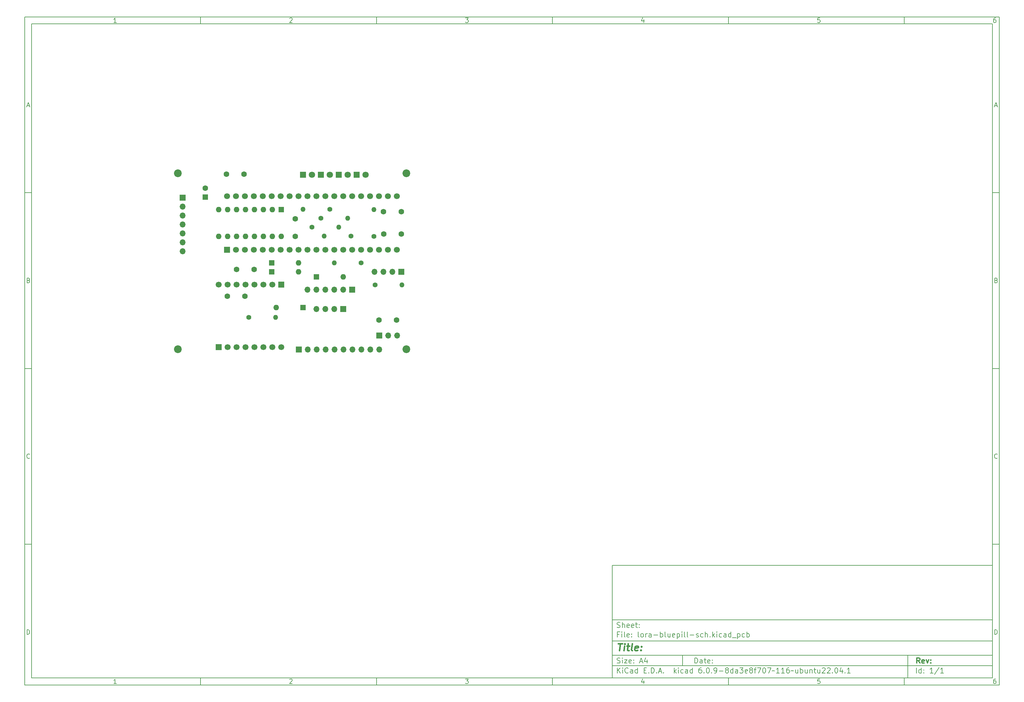
<source format=gbr>
%TF.GenerationSoftware,KiCad,Pcbnew,6.0.9-8da3e8f707~116~ubuntu22.04.1*%
%TF.CreationDate,2022-12-01T16:18:42-03:00*%
%TF.ProjectId,lora-bluepill-sch,6c6f7261-2d62-46c7-9565-70696c6c2d73,rev?*%
%TF.SameCoordinates,Original*%
%TF.FileFunction,Soldermask,Bot*%
%TF.FilePolarity,Negative*%
%FSLAX46Y46*%
G04 Gerber Fmt 4.6, Leading zero omitted, Abs format (unit mm)*
G04 Created by KiCad (PCBNEW 6.0.9-8da3e8f707~116~ubuntu22.04.1) date 2022-12-01 16:18:42*
%MOMM*%
%LPD*%
G01*
G04 APERTURE LIST*
%ADD10C,0.100000*%
%ADD11C,0.150000*%
%ADD12C,0.300000*%
%ADD13C,0.400000*%
%ADD14R,1.600000X1.600000*%
%ADD15C,1.600000*%
%ADD16R,1.700000X1.700000*%
%ADD17O,1.700000X1.700000*%
%ADD18C,1.400000*%
%ADD19O,1.400000X1.400000*%
%ADD20O,1.600000X1.600000*%
%ADD21C,1.700000*%
%ADD22C,2.200000*%
%ADD23R,1.800000X1.800000*%
%ADD24C,1.800000*%
G04 APERTURE END LIST*
D10*
D11*
X177002200Y-166007200D02*
X177002200Y-198007200D01*
X285002200Y-198007200D01*
X285002200Y-166007200D01*
X177002200Y-166007200D01*
D10*
D11*
X10000000Y-10000000D02*
X10000000Y-200007200D01*
X287002200Y-200007200D01*
X287002200Y-10000000D01*
X10000000Y-10000000D01*
D10*
D11*
X12000000Y-12000000D02*
X12000000Y-198007200D01*
X285002200Y-198007200D01*
X285002200Y-12000000D01*
X12000000Y-12000000D01*
D10*
D11*
X60000000Y-12000000D02*
X60000000Y-10000000D01*
D10*
D11*
X110000000Y-12000000D02*
X110000000Y-10000000D01*
D10*
D11*
X160000000Y-12000000D02*
X160000000Y-10000000D01*
D10*
D11*
X210000000Y-12000000D02*
X210000000Y-10000000D01*
D10*
D11*
X260000000Y-12000000D02*
X260000000Y-10000000D01*
D10*
D11*
X36065476Y-11588095D02*
X35322619Y-11588095D01*
X35694047Y-11588095D02*
X35694047Y-10288095D01*
X35570238Y-10473809D01*
X35446428Y-10597619D01*
X35322619Y-10659523D01*
D10*
D11*
X85322619Y-10411904D02*
X85384523Y-10350000D01*
X85508333Y-10288095D01*
X85817857Y-10288095D01*
X85941666Y-10350000D01*
X86003571Y-10411904D01*
X86065476Y-10535714D01*
X86065476Y-10659523D01*
X86003571Y-10845238D01*
X85260714Y-11588095D01*
X86065476Y-11588095D01*
D10*
D11*
X135260714Y-10288095D02*
X136065476Y-10288095D01*
X135632142Y-10783333D01*
X135817857Y-10783333D01*
X135941666Y-10845238D01*
X136003571Y-10907142D01*
X136065476Y-11030952D01*
X136065476Y-11340476D01*
X136003571Y-11464285D01*
X135941666Y-11526190D01*
X135817857Y-11588095D01*
X135446428Y-11588095D01*
X135322619Y-11526190D01*
X135260714Y-11464285D01*
D10*
D11*
X185941666Y-10721428D02*
X185941666Y-11588095D01*
X185632142Y-10226190D02*
X185322619Y-11154761D01*
X186127380Y-11154761D01*
D10*
D11*
X236003571Y-10288095D02*
X235384523Y-10288095D01*
X235322619Y-10907142D01*
X235384523Y-10845238D01*
X235508333Y-10783333D01*
X235817857Y-10783333D01*
X235941666Y-10845238D01*
X236003571Y-10907142D01*
X236065476Y-11030952D01*
X236065476Y-11340476D01*
X236003571Y-11464285D01*
X235941666Y-11526190D01*
X235817857Y-11588095D01*
X235508333Y-11588095D01*
X235384523Y-11526190D01*
X235322619Y-11464285D01*
D10*
D11*
X285941666Y-10288095D02*
X285694047Y-10288095D01*
X285570238Y-10350000D01*
X285508333Y-10411904D01*
X285384523Y-10597619D01*
X285322619Y-10845238D01*
X285322619Y-11340476D01*
X285384523Y-11464285D01*
X285446428Y-11526190D01*
X285570238Y-11588095D01*
X285817857Y-11588095D01*
X285941666Y-11526190D01*
X286003571Y-11464285D01*
X286065476Y-11340476D01*
X286065476Y-11030952D01*
X286003571Y-10907142D01*
X285941666Y-10845238D01*
X285817857Y-10783333D01*
X285570238Y-10783333D01*
X285446428Y-10845238D01*
X285384523Y-10907142D01*
X285322619Y-11030952D01*
D10*
D11*
X60000000Y-198007200D02*
X60000000Y-200007200D01*
D10*
D11*
X110000000Y-198007200D02*
X110000000Y-200007200D01*
D10*
D11*
X160000000Y-198007200D02*
X160000000Y-200007200D01*
D10*
D11*
X210000000Y-198007200D02*
X210000000Y-200007200D01*
D10*
D11*
X260000000Y-198007200D02*
X260000000Y-200007200D01*
D10*
D11*
X36065476Y-199595295D02*
X35322619Y-199595295D01*
X35694047Y-199595295D02*
X35694047Y-198295295D01*
X35570238Y-198481009D01*
X35446428Y-198604819D01*
X35322619Y-198666723D01*
D10*
D11*
X85322619Y-198419104D02*
X85384523Y-198357200D01*
X85508333Y-198295295D01*
X85817857Y-198295295D01*
X85941666Y-198357200D01*
X86003571Y-198419104D01*
X86065476Y-198542914D01*
X86065476Y-198666723D01*
X86003571Y-198852438D01*
X85260714Y-199595295D01*
X86065476Y-199595295D01*
D10*
D11*
X135260714Y-198295295D02*
X136065476Y-198295295D01*
X135632142Y-198790533D01*
X135817857Y-198790533D01*
X135941666Y-198852438D01*
X136003571Y-198914342D01*
X136065476Y-199038152D01*
X136065476Y-199347676D01*
X136003571Y-199471485D01*
X135941666Y-199533390D01*
X135817857Y-199595295D01*
X135446428Y-199595295D01*
X135322619Y-199533390D01*
X135260714Y-199471485D01*
D10*
D11*
X185941666Y-198728628D02*
X185941666Y-199595295D01*
X185632142Y-198233390D02*
X185322619Y-199161961D01*
X186127380Y-199161961D01*
D10*
D11*
X236003571Y-198295295D02*
X235384523Y-198295295D01*
X235322619Y-198914342D01*
X235384523Y-198852438D01*
X235508333Y-198790533D01*
X235817857Y-198790533D01*
X235941666Y-198852438D01*
X236003571Y-198914342D01*
X236065476Y-199038152D01*
X236065476Y-199347676D01*
X236003571Y-199471485D01*
X235941666Y-199533390D01*
X235817857Y-199595295D01*
X235508333Y-199595295D01*
X235384523Y-199533390D01*
X235322619Y-199471485D01*
D10*
D11*
X285941666Y-198295295D02*
X285694047Y-198295295D01*
X285570238Y-198357200D01*
X285508333Y-198419104D01*
X285384523Y-198604819D01*
X285322619Y-198852438D01*
X285322619Y-199347676D01*
X285384523Y-199471485D01*
X285446428Y-199533390D01*
X285570238Y-199595295D01*
X285817857Y-199595295D01*
X285941666Y-199533390D01*
X286003571Y-199471485D01*
X286065476Y-199347676D01*
X286065476Y-199038152D01*
X286003571Y-198914342D01*
X285941666Y-198852438D01*
X285817857Y-198790533D01*
X285570238Y-198790533D01*
X285446428Y-198852438D01*
X285384523Y-198914342D01*
X285322619Y-199038152D01*
D10*
D11*
X10000000Y-60000000D02*
X12000000Y-60000000D01*
D10*
D11*
X10000000Y-110000000D02*
X12000000Y-110000000D01*
D10*
D11*
X10000000Y-160000000D02*
X12000000Y-160000000D01*
D10*
D11*
X10690476Y-35216666D02*
X11309523Y-35216666D01*
X10566666Y-35588095D02*
X11000000Y-34288095D01*
X11433333Y-35588095D01*
D10*
D11*
X11092857Y-84907142D02*
X11278571Y-84969047D01*
X11340476Y-85030952D01*
X11402380Y-85154761D01*
X11402380Y-85340476D01*
X11340476Y-85464285D01*
X11278571Y-85526190D01*
X11154761Y-85588095D01*
X10659523Y-85588095D01*
X10659523Y-84288095D01*
X11092857Y-84288095D01*
X11216666Y-84350000D01*
X11278571Y-84411904D01*
X11340476Y-84535714D01*
X11340476Y-84659523D01*
X11278571Y-84783333D01*
X11216666Y-84845238D01*
X11092857Y-84907142D01*
X10659523Y-84907142D01*
D10*
D11*
X11402380Y-135464285D02*
X11340476Y-135526190D01*
X11154761Y-135588095D01*
X11030952Y-135588095D01*
X10845238Y-135526190D01*
X10721428Y-135402380D01*
X10659523Y-135278571D01*
X10597619Y-135030952D01*
X10597619Y-134845238D01*
X10659523Y-134597619D01*
X10721428Y-134473809D01*
X10845238Y-134350000D01*
X11030952Y-134288095D01*
X11154761Y-134288095D01*
X11340476Y-134350000D01*
X11402380Y-134411904D01*
D10*
D11*
X10659523Y-185588095D02*
X10659523Y-184288095D01*
X10969047Y-184288095D01*
X11154761Y-184350000D01*
X11278571Y-184473809D01*
X11340476Y-184597619D01*
X11402380Y-184845238D01*
X11402380Y-185030952D01*
X11340476Y-185278571D01*
X11278571Y-185402380D01*
X11154761Y-185526190D01*
X10969047Y-185588095D01*
X10659523Y-185588095D01*
D10*
D11*
X287002200Y-60000000D02*
X285002200Y-60000000D01*
D10*
D11*
X287002200Y-110000000D02*
X285002200Y-110000000D01*
D10*
D11*
X287002200Y-160000000D02*
X285002200Y-160000000D01*
D10*
D11*
X285692676Y-35216666D02*
X286311723Y-35216666D01*
X285568866Y-35588095D02*
X286002200Y-34288095D01*
X286435533Y-35588095D01*
D10*
D11*
X286095057Y-84907142D02*
X286280771Y-84969047D01*
X286342676Y-85030952D01*
X286404580Y-85154761D01*
X286404580Y-85340476D01*
X286342676Y-85464285D01*
X286280771Y-85526190D01*
X286156961Y-85588095D01*
X285661723Y-85588095D01*
X285661723Y-84288095D01*
X286095057Y-84288095D01*
X286218866Y-84350000D01*
X286280771Y-84411904D01*
X286342676Y-84535714D01*
X286342676Y-84659523D01*
X286280771Y-84783333D01*
X286218866Y-84845238D01*
X286095057Y-84907142D01*
X285661723Y-84907142D01*
D10*
D11*
X286404580Y-135464285D02*
X286342676Y-135526190D01*
X286156961Y-135588095D01*
X286033152Y-135588095D01*
X285847438Y-135526190D01*
X285723628Y-135402380D01*
X285661723Y-135278571D01*
X285599819Y-135030952D01*
X285599819Y-134845238D01*
X285661723Y-134597619D01*
X285723628Y-134473809D01*
X285847438Y-134350000D01*
X286033152Y-134288095D01*
X286156961Y-134288095D01*
X286342676Y-134350000D01*
X286404580Y-134411904D01*
D10*
D11*
X285661723Y-185588095D02*
X285661723Y-184288095D01*
X285971247Y-184288095D01*
X286156961Y-184350000D01*
X286280771Y-184473809D01*
X286342676Y-184597619D01*
X286404580Y-184845238D01*
X286404580Y-185030952D01*
X286342676Y-185278571D01*
X286280771Y-185402380D01*
X286156961Y-185526190D01*
X285971247Y-185588095D01*
X285661723Y-185588095D01*
D10*
D11*
X200434342Y-193785771D02*
X200434342Y-192285771D01*
X200791485Y-192285771D01*
X201005771Y-192357200D01*
X201148628Y-192500057D01*
X201220057Y-192642914D01*
X201291485Y-192928628D01*
X201291485Y-193142914D01*
X201220057Y-193428628D01*
X201148628Y-193571485D01*
X201005771Y-193714342D01*
X200791485Y-193785771D01*
X200434342Y-193785771D01*
X202577200Y-193785771D02*
X202577200Y-193000057D01*
X202505771Y-192857200D01*
X202362914Y-192785771D01*
X202077200Y-192785771D01*
X201934342Y-192857200D01*
X202577200Y-193714342D02*
X202434342Y-193785771D01*
X202077200Y-193785771D01*
X201934342Y-193714342D01*
X201862914Y-193571485D01*
X201862914Y-193428628D01*
X201934342Y-193285771D01*
X202077200Y-193214342D01*
X202434342Y-193214342D01*
X202577200Y-193142914D01*
X203077200Y-192785771D02*
X203648628Y-192785771D01*
X203291485Y-192285771D02*
X203291485Y-193571485D01*
X203362914Y-193714342D01*
X203505771Y-193785771D01*
X203648628Y-193785771D01*
X204720057Y-193714342D02*
X204577200Y-193785771D01*
X204291485Y-193785771D01*
X204148628Y-193714342D01*
X204077200Y-193571485D01*
X204077200Y-193000057D01*
X204148628Y-192857200D01*
X204291485Y-192785771D01*
X204577200Y-192785771D01*
X204720057Y-192857200D01*
X204791485Y-193000057D01*
X204791485Y-193142914D01*
X204077200Y-193285771D01*
X205434342Y-193642914D02*
X205505771Y-193714342D01*
X205434342Y-193785771D01*
X205362914Y-193714342D01*
X205434342Y-193642914D01*
X205434342Y-193785771D01*
X205434342Y-192857200D02*
X205505771Y-192928628D01*
X205434342Y-193000057D01*
X205362914Y-192928628D01*
X205434342Y-192857200D01*
X205434342Y-193000057D01*
D10*
D11*
X177002200Y-194507200D02*
X285002200Y-194507200D01*
D10*
D11*
X178434342Y-196585771D02*
X178434342Y-195085771D01*
X179291485Y-196585771D02*
X178648628Y-195728628D01*
X179291485Y-195085771D02*
X178434342Y-195942914D01*
X179934342Y-196585771D02*
X179934342Y-195585771D01*
X179934342Y-195085771D02*
X179862914Y-195157200D01*
X179934342Y-195228628D01*
X180005771Y-195157200D01*
X179934342Y-195085771D01*
X179934342Y-195228628D01*
X181505771Y-196442914D02*
X181434342Y-196514342D01*
X181220057Y-196585771D01*
X181077200Y-196585771D01*
X180862914Y-196514342D01*
X180720057Y-196371485D01*
X180648628Y-196228628D01*
X180577200Y-195942914D01*
X180577200Y-195728628D01*
X180648628Y-195442914D01*
X180720057Y-195300057D01*
X180862914Y-195157200D01*
X181077200Y-195085771D01*
X181220057Y-195085771D01*
X181434342Y-195157200D01*
X181505771Y-195228628D01*
X182791485Y-196585771D02*
X182791485Y-195800057D01*
X182720057Y-195657200D01*
X182577200Y-195585771D01*
X182291485Y-195585771D01*
X182148628Y-195657200D01*
X182791485Y-196514342D02*
X182648628Y-196585771D01*
X182291485Y-196585771D01*
X182148628Y-196514342D01*
X182077200Y-196371485D01*
X182077200Y-196228628D01*
X182148628Y-196085771D01*
X182291485Y-196014342D01*
X182648628Y-196014342D01*
X182791485Y-195942914D01*
X184148628Y-196585771D02*
X184148628Y-195085771D01*
X184148628Y-196514342D02*
X184005771Y-196585771D01*
X183720057Y-196585771D01*
X183577200Y-196514342D01*
X183505771Y-196442914D01*
X183434342Y-196300057D01*
X183434342Y-195871485D01*
X183505771Y-195728628D01*
X183577200Y-195657200D01*
X183720057Y-195585771D01*
X184005771Y-195585771D01*
X184148628Y-195657200D01*
X186005771Y-195800057D02*
X186505771Y-195800057D01*
X186720057Y-196585771D02*
X186005771Y-196585771D01*
X186005771Y-195085771D01*
X186720057Y-195085771D01*
X187362914Y-196442914D02*
X187434342Y-196514342D01*
X187362914Y-196585771D01*
X187291485Y-196514342D01*
X187362914Y-196442914D01*
X187362914Y-196585771D01*
X188077200Y-196585771D02*
X188077200Y-195085771D01*
X188434342Y-195085771D01*
X188648628Y-195157200D01*
X188791485Y-195300057D01*
X188862914Y-195442914D01*
X188934342Y-195728628D01*
X188934342Y-195942914D01*
X188862914Y-196228628D01*
X188791485Y-196371485D01*
X188648628Y-196514342D01*
X188434342Y-196585771D01*
X188077200Y-196585771D01*
X189577200Y-196442914D02*
X189648628Y-196514342D01*
X189577200Y-196585771D01*
X189505771Y-196514342D01*
X189577200Y-196442914D01*
X189577200Y-196585771D01*
X190220057Y-196157200D02*
X190934342Y-196157200D01*
X190077200Y-196585771D02*
X190577200Y-195085771D01*
X191077200Y-196585771D01*
X191577200Y-196442914D02*
X191648628Y-196514342D01*
X191577200Y-196585771D01*
X191505771Y-196514342D01*
X191577200Y-196442914D01*
X191577200Y-196585771D01*
X194577200Y-196585771D02*
X194577200Y-195085771D01*
X194720057Y-196014342D02*
X195148628Y-196585771D01*
X195148628Y-195585771D02*
X194577200Y-196157200D01*
X195791485Y-196585771D02*
X195791485Y-195585771D01*
X195791485Y-195085771D02*
X195720057Y-195157200D01*
X195791485Y-195228628D01*
X195862914Y-195157200D01*
X195791485Y-195085771D01*
X195791485Y-195228628D01*
X197148628Y-196514342D02*
X197005771Y-196585771D01*
X196720057Y-196585771D01*
X196577200Y-196514342D01*
X196505771Y-196442914D01*
X196434342Y-196300057D01*
X196434342Y-195871485D01*
X196505771Y-195728628D01*
X196577200Y-195657200D01*
X196720057Y-195585771D01*
X197005771Y-195585771D01*
X197148628Y-195657200D01*
X198434342Y-196585771D02*
X198434342Y-195800057D01*
X198362914Y-195657200D01*
X198220057Y-195585771D01*
X197934342Y-195585771D01*
X197791485Y-195657200D01*
X198434342Y-196514342D02*
X198291485Y-196585771D01*
X197934342Y-196585771D01*
X197791485Y-196514342D01*
X197720057Y-196371485D01*
X197720057Y-196228628D01*
X197791485Y-196085771D01*
X197934342Y-196014342D01*
X198291485Y-196014342D01*
X198434342Y-195942914D01*
X199791485Y-196585771D02*
X199791485Y-195085771D01*
X199791485Y-196514342D02*
X199648628Y-196585771D01*
X199362914Y-196585771D01*
X199220057Y-196514342D01*
X199148628Y-196442914D01*
X199077200Y-196300057D01*
X199077200Y-195871485D01*
X199148628Y-195728628D01*
X199220057Y-195657200D01*
X199362914Y-195585771D01*
X199648628Y-195585771D01*
X199791485Y-195657200D01*
X202291485Y-195085771D02*
X202005771Y-195085771D01*
X201862914Y-195157200D01*
X201791485Y-195228628D01*
X201648628Y-195442914D01*
X201577200Y-195728628D01*
X201577200Y-196300057D01*
X201648628Y-196442914D01*
X201720057Y-196514342D01*
X201862914Y-196585771D01*
X202148628Y-196585771D01*
X202291485Y-196514342D01*
X202362914Y-196442914D01*
X202434342Y-196300057D01*
X202434342Y-195942914D01*
X202362914Y-195800057D01*
X202291485Y-195728628D01*
X202148628Y-195657200D01*
X201862914Y-195657200D01*
X201720057Y-195728628D01*
X201648628Y-195800057D01*
X201577200Y-195942914D01*
X203077200Y-196442914D02*
X203148628Y-196514342D01*
X203077200Y-196585771D01*
X203005771Y-196514342D01*
X203077200Y-196442914D01*
X203077200Y-196585771D01*
X204077200Y-195085771D02*
X204220057Y-195085771D01*
X204362914Y-195157200D01*
X204434342Y-195228628D01*
X204505771Y-195371485D01*
X204577200Y-195657200D01*
X204577200Y-196014342D01*
X204505771Y-196300057D01*
X204434342Y-196442914D01*
X204362914Y-196514342D01*
X204220057Y-196585771D01*
X204077200Y-196585771D01*
X203934342Y-196514342D01*
X203862914Y-196442914D01*
X203791485Y-196300057D01*
X203720057Y-196014342D01*
X203720057Y-195657200D01*
X203791485Y-195371485D01*
X203862914Y-195228628D01*
X203934342Y-195157200D01*
X204077200Y-195085771D01*
X205220057Y-196442914D02*
X205291485Y-196514342D01*
X205220057Y-196585771D01*
X205148628Y-196514342D01*
X205220057Y-196442914D01*
X205220057Y-196585771D01*
X206005771Y-196585771D02*
X206291485Y-196585771D01*
X206434342Y-196514342D01*
X206505771Y-196442914D01*
X206648628Y-196228628D01*
X206720057Y-195942914D01*
X206720057Y-195371485D01*
X206648628Y-195228628D01*
X206577200Y-195157200D01*
X206434342Y-195085771D01*
X206148628Y-195085771D01*
X206005771Y-195157200D01*
X205934342Y-195228628D01*
X205862914Y-195371485D01*
X205862914Y-195728628D01*
X205934342Y-195871485D01*
X206005771Y-195942914D01*
X206148628Y-196014342D01*
X206434342Y-196014342D01*
X206577200Y-195942914D01*
X206648628Y-195871485D01*
X206720057Y-195728628D01*
X207362914Y-196014342D02*
X208505771Y-196014342D01*
X209434342Y-195728628D02*
X209291485Y-195657200D01*
X209220057Y-195585771D01*
X209148628Y-195442914D01*
X209148628Y-195371485D01*
X209220057Y-195228628D01*
X209291485Y-195157200D01*
X209434342Y-195085771D01*
X209720057Y-195085771D01*
X209862914Y-195157200D01*
X209934342Y-195228628D01*
X210005771Y-195371485D01*
X210005771Y-195442914D01*
X209934342Y-195585771D01*
X209862914Y-195657200D01*
X209720057Y-195728628D01*
X209434342Y-195728628D01*
X209291485Y-195800057D01*
X209220057Y-195871485D01*
X209148628Y-196014342D01*
X209148628Y-196300057D01*
X209220057Y-196442914D01*
X209291485Y-196514342D01*
X209434342Y-196585771D01*
X209720057Y-196585771D01*
X209862914Y-196514342D01*
X209934342Y-196442914D01*
X210005771Y-196300057D01*
X210005771Y-196014342D01*
X209934342Y-195871485D01*
X209862914Y-195800057D01*
X209720057Y-195728628D01*
X211291485Y-196585771D02*
X211291485Y-195085771D01*
X211291485Y-196514342D02*
X211148628Y-196585771D01*
X210862914Y-196585771D01*
X210720057Y-196514342D01*
X210648628Y-196442914D01*
X210577200Y-196300057D01*
X210577200Y-195871485D01*
X210648628Y-195728628D01*
X210720057Y-195657200D01*
X210862914Y-195585771D01*
X211148628Y-195585771D01*
X211291485Y-195657200D01*
X212648628Y-196585771D02*
X212648628Y-195800057D01*
X212577200Y-195657200D01*
X212434342Y-195585771D01*
X212148628Y-195585771D01*
X212005771Y-195657200D01*
X212648628Y-196514342D02*
X212505771Y-196585771D01*
X212148628Y-196585771D01*
X212005771Y-196514342D01*
X211934342Y-196371485D01*
X211934342Y-196228628D01*
X212005771Y-196085771D01*
X212148628Y-196014342D01*
X212505771Y-196014342D01*
X212648628Y-195942914D01*
X213220057Y-195085771D02*
X214148628Y-195085771D01*
X213648628Y-195657200D01*
X213862914Y-195657200D01*
X214005771Y-195728628D01*
X214077200Y-195800057D01*
X214148628Y-195942914D01*
X214148628Y-196300057D01*
X214077200Y-196442914D01*
X214005771Y-196514342D01*
X213862914Y-196585771D01*
X213434342Y-196585771D01*
X213291485Y-196514342D01*
X213220057Y-196442914D01*
X215362914Y-196514342D02*
X215220057Y-196585771D01*
X214934342Y-196585771D01*
X214791485Y-196514342D01*
X214720057Y-196371485D01*
X214720057Y-195800057D01*
X214791485Y-195657200D01*
X214934342Y-195585771D01*
X215220057Y-195585771D01*
X215362914Y-195657200D01*
X215434342Y-195800057D01*
X215434342Y-195942914D01*
X214720057Y-196085771D01*
X216291485Y-195728628D02*
X216148628Y-195657200D01*
X216077200Y-195585771D01*
X216005771Y-195442914D01*
X216005771Y-195371485D01*
X216077200Y-195228628D01*
X216148628Y-195157200D01*
X216291485Y-195085771D01*
X216577200Y-195085771D01*
X216720057Y-195157200D01*
X216791485Y-195228628D01*
X216862914Y-195371485D01*
X216862914Y-195442914D01*
X216791485Y-195585771D01*
X216720057Y-195657200D01*
X216577200Y-195728628D01*
X216291485Y-195728628D01*
X216148628Y-195800057D01*
X216077200Y-195871485D01*
X216005771Y-196014342D01*
X216005771Y-196300057D01*
X216077200Y-196442914D01*
X216148628Y-196514342D01*
X216291485Y-196585771D01*
X216577200Y-196585771D01*
X216720057Y-196514342D01*
X216791485Y-196442914D01*
X216862914Y-196300057D01*
X216862914Y-196014342D01*
X216791485Y-195871485D01*
X216720057Y-195800057D01*
X216577200Y-195728628D01*
X217291485Y-195585771D02*
X217862914Y-195585771D01*
X217505771Y-196585771D02*
X217505771Y-195300057D01*
X217577200Y-195157200D01*
X217720057Y-195085771D01*
X217862914Y-195085771D01*
X218220057Y-195085771D02*
X219220057Y-195085771D01*
X218577200Y-196585771D01*
X220077200Y-195085771D02*
X220220057Y-195085771D01*
X220362914Y-195157200D01*
X220434342Y-195228628D01*
X220505771Y-195371485D01*
X220577200Y-195657200D01*
X220577200Y-196014342D01*
X220505771Y-196300057D01*
X220434342Y-196442914D01*
X220362914Y-196514342D01*
X220220057Y-196585771D01*
X220077200Y-196585771D01*
X219934342Y-196514342D01*
X219862914Y-196442914D01*
X219791485Y-196300057D01*
X219720057Y-196014342D01*
X219720057Y-195657200D01*
X219791485Y-195371485D01*
X219862914Y-195228628D01*
X219934342Y-195157200D01*
X220077200Y-195085771D01*
X221077200Y-195085771D02*
X222077200Y-195085771D01*
X221434342Y-196585771D01*
X222434342Y-196014342D02*
X222505771Y-195942914D01*
X222648628Y-195871485D01*
X222934342Y-196014342D01*
X223077199Y-195942914D01*
X223148628Y-195871485D01*
X224505771Y-196585771D02*
X223648628Y-196585771D01*
X224077200Y-196585771D02*
X224077200Y-195085771D01*
X223934342Y-195300057D01*
X223791485Y-195442914D01*
X223648628Y-195514342D01*
X225934342Y-196585771D02*
X225077199Y-196585771D01*
X225505771Y-196585771D02*
X225505771Y-195085771D01*
X225362914Y-195300057D01*
X225220057Y-195442914D01*
X225077199Y-195514342D01*
X227220057Y-195085771D02*
X226934342Y-195085771D01*
X226791485Y-195157200D01*
X226720057Y-195228628D01*
X226577199Y-195442914D01*
X226505771Y-195728628D01*
X226505771Y-196300057D01*
X226577199Y-196442914D01*
X226648628Y-196514342D01*
X226791485Y-196585771D01*
X227077199Y-196585771D01*
X227220057Y-196514342D01*
X227291485Y-196442914D01*
X227362914Y-196300057D01*
X227362914Y-195942914D01*
X227291485Y-195800057D01*
X227220057Y-195728628D01*
X227077199Y-195657200D01*
X226791485Y-195657200D01*
X226648628Y-195728628D01*
X226577199Y-195800057D01*
X226505771Y-195942914D01*
X227791485Y-196014342D02*
X227862914Y-195942914D01*
X228005771Y-195871485D01*
X228291485Y-196014342D01*
X228434342Y-195942914D01*
X228505771Y-195871485D01*
X229720057Y-195585771D02*
X229720057Y-196585771D01*
X229077199Y-195585771D02*
X229077199Y-196371485D01*
X229148628Y-196514342D01*
X229291485Y-196585771D01*
X229505771Y-196585771D01*
X229648628Y-196514342D01*
X229720057Y-196442914D01*
X230434342Y-196585771D02*
X230434342Y-195085771D01*
X230434342Y-195657200D02*
X230577199Y-195585771D01*
X230862914Y-195585771D01*
X231005771Y-195657200D01*
X231077199Y-195728628D01*
X231148628Y-195871485D01*
X231148628Y-196300057D01*
X231077199Y-196442914D01*
X231005771Y-196514342D01*
X230862914Y-196585771D01*
X230577199Y-196585771D01*
X230434342Y-196514342D01*
X232434342Y-195585771D02*
X232434342Y-196585771D01*
X231791485Y-195585771D02*
X231791485Y-196371485D01*
X231862914Y-196514342D01*
X232005771Y-196585771D01*
X232220057Y-196585771D01*
X232362914Y-196514342D01*
X232434342Y-196442914D01*
X233148628Y-195585771D02*
X233148628Y-196585771D01*
X233148628Y-195728628D02*
X233220057Y-195657200D01*
X233362914Y-195585771D01*
X233577199Y-195585771D01*
X233720057Y-195657200D01*
X233791485Y-195800057D01*
X233791485Y-196585771D01*
X234291485Y-195585771D02*
X234862914Y-195585771D01*
X234505771Y-195085771D02*
X234505771Y-196371485D01*
X234577199Y-196514342D01*
X234720057Y-196585771D01*
X234862914Y-196585771D01*
X236005771Y-195585771D02*
X236005771Y-196585771D01*
X235362914Y-195585771D02*
X235362914Y-196371485D01*
X235434342Y-196514342D01*
X235577200Y-196585771D01*
X235791485Y-196585771D01*
X235934342Y-196514342D01*
X236005771Y-196442914D01*
X236648628Y-195228628D02*
X236720057Y-195157200D01*
X236862914Y-195085771D01*
X237220057Y-195085771D01*
X237362914Y-195157200D01*
X237434342Y-195228628D01*
X237505771Y-195371485D01*
X237505771Y-195514342D01*
X237434342Y-195728628D01*
X236577200Y-196585771D01*
X237505771Y-196585771D01*
X238077199Y-195228628D02*
X238148628Y-195157200D01*
X238291485Y-195085771D01*
X238648628Y-195085771D01*
X238791485Y-195157200D01*
X238862914Y-195228628D01*
X238934342Y-195371485D01*
X238934342Y-195514342D01*
X238862914Y-195728628D01*
X238005771Y-196585771D01*
X238934342Y-196585771D01*
X239577199Y-196442914D02*
X239648628Y-196514342D01*
X239577199Y-196585771D01*
X239505771Y-196514342D01*
X239577199Y-196442914D01*
X239577199Y-196585771D01*
X240577199Y-195085771D02*
X240720057Y-195085771D01*
X240862914Y-195157200D01*
X240934342Y-195228628D01*
X241005771Y-195371485D01*
X241077199Y-195657200D01*
X241077199Y-196014342D01*
X241005771Y-196300057D01*
X240934342Y-196442914D01*
X240862914Y-196514342D01*
X240720057Y-196585771D01*
X240577199Y-196585771D01*
X240434342Y-196514342D01*
X240362914Y-196442914D01*
X240291485Y-196300057D01*
X240220057Y-196014342D01*
X240220057Y-195657200D01*
X240291485Y-195371485D01*
X240362914Y-195228628D01*
X240434342Y-195157200D01*
X240577199Y-195085771D01*
X242362914Y-195585771D02*
X242362914Y-196585771D01*
X242005771Y-195014342D02*
X241648628Y-196085771D01*
X242577199Y-196085771D01*
X243148628Y-196442914D02*
X243220057Y-196514342D01*
X243148628Y-196585771D01*
X243077199Y-196514342D01*
X243148628Y-196442914D01*
X243148628Y-196585771D01*
X244648628Y-196585771D02*
X243791485Y-196585771D01*
X244220057Y-196585771D02*
X244220057Y-195085771D01*
X244077199Y-195300057D01*
X243934342Y-195442914D01*
X243791485Y-195514342D01*
D10*
D11*
X177002200Y-191507200D02*
X285002200Y-191507200D01*
D10*
D12*
X264411485Y-193785771D02*
X263911485Y-193071485D01*
X263554342Y-193785771D02*
X263554342Y-192285771D01*
X264125771Y-192285771D01*
X264268628Y-192357200D01*
X264340057Y-192428628D01*
X264411485Y-192571485D01*
X264411485Y-192785771D01*
X264340057Y-192928628D01*
X264268628Y-193000057D01*
X264125771Y-193071485D01*
X263554342Y-193071485D01*
X265625771Y-193714342D02*
X265482914Y-193785771D01*
X265197200Y-193785771D01*
X265054342Y-193714342D01*
X264982914Y-193571485D01*
X264982914Y-193000057D01*
X265054342Y-192857200D01*
X265197200Y-192785771D01*
X265482914Y-192785771D01*
X265625771Y-192857200D01*
X265697200Y-193000057D01*
X265697200Y-193142914D01*
X264982914Y-193285771D01*
X266197200Y-192785771D02*
X266554342Y-193785771D01*
X266911485Y-192785771D01*
X267482914Y-193642914D02*
X267554342Y-193714342D01*
X267482914Y-193785771D01*
X267411485Y-193714342D01*
X267482914Y-193642914D01*
X267482914Y-193785771D01*
X267482914Y-192857200D02*
X267554342Y-192928628D01*
X267482914Y-193000057D01*
X267411485Y-192928628D01*
X267482914Y-192857200D01*
X267482914Y-193000057D01*
D10*
D11*
X178362914Y-193714342D02*
X178577200Y-193785771D01*
X178934342Y-193785771D01*
X179077200Y-193714342D01*
X179148628Y-193642914D01*
X179220057Y-193500057D01*
X179220057Y-193357200D01*
X179148628Y-193214342D01*
X179077200Y-193142914D01*
X178934342Y-193071485D01*
X178648628Y-193000057D01*
X178505771Y-192928628D01*
X178434342Y-192857200D01*
X178362914Y-192714342D01*
X178362914Y-192571485D01*
X178434342Y-192428628D01*
X178505771Y-192357200D01*
X178648628Y-192285771D01*
X179005771Y-192285771D01*
X179220057Y-192357200D01*
X179862914Y-193785771D02*
X179862914Y-192785771D01*
X179862914Y-192285771D02*
X179791485Y-192357200D01*
X179862914Y-192428628D01*
X179934342Y-192357200D01*
X179862914Y-192285771D01*
X179862914Y-192428628D01*
X180434342Y-192785771D02*
X181220057Y-192785771D01*
X180434342Y-193785771D01*
X181220057Y-193785771D01*
X182362914Y-193714342D02*
X182220057Y-193785771D01*
X181934342Y-193785771D01*
X181791485Y-193714342D01*
X181720057Y-193571485D01*
X181720057Y-193000057D01*
X181791485Y-192857200D01*
X181934342Y-192785771D01*
X182220057Y-192785771D01*
X182362914Y-192857200D01*
X182434342Y-193000057D01*
X182434342Y-193142914D01*
X181720057Y-193285771D01*
X183077200Y-193642914D02*
X183148628Y-193714342D01*
X183077200Y-193785771D01*
X183005771Y-193714342D01*
X183077200Y-193642914D01*
X183077200Y-193785771D01*
X183077200Y-192857200D02*
X183148628Y-192928628D01*
X183077200Y-193000057D01*
X183005771Y-192928628D01*
X183077200Y-192857200D01*
X183077200Y-193000057D01*
X184862914Y-193357200D02*
X185577200Y-193357200D01*
X184720057Y-193785771D02*
X185220057Y-192285771D01*
X185720057Y-193785771D01*
X186862914Y-192785771D02*
X186862914Y-193785771D01*
X186505771Y-192214342D02*
X186148628Y-193285771D01*
X187077200Y-193285771D01*
D10*
D11*
X263434342Y-196585771D02*
X263434342Y-195085771D01*
X264791485Y-196585771D02*
X264791485Y-195085771D01*
X264791485Y-196514342D02*
X264648628Y-196585771D01*
X264362914Y-196585771D01*
X264220057Y-196514342D01*
X264148628Y-196442914D01*
X264077200Y-196300057D01*
X264077200Y-195871485D01*
X264148628Y-195728628D01*
X264220057Y-195657200D01*
X264362914Y-195585771D01*
X264648628Y-195585771D01*
X264791485Y-195657200D01*
X265505771Y-196442914D02*
X265577200Y-196514342D01*
X265505771Y-196585771D01*
X265434342Y-196514342D01*
X265505771Y-196442914D01*
X265505771Y-196585771D01*
X265505771Y-195657200D02*
X265577200Y-195728628D01*
X265505771Y-195800057D01*
X265434342Y-195728628D01*
X265505771Y-195657200D01*
X265505771Y-195800057D01*
X268148628Y-196585771D02*
X267291485Y-196585771D01*
X267720057Y-196585771D02*
X267720057Y-195085771D01*
X267577200Y-195300057D01*
X267434342Y-195442914D01*
X267291485Y-195514342D01*
X269862914Y-195014342D02*
X268577200Y-196942914D01*
X271148628Y-196585771D02*
X270291485Y-196585771D01*
X270720057Y-196585771D02*
X270720057Y-195085771D01*
X270577200Y-195300057D01*
X270434342Y-195442914D01*
X270291485Y-195514342D01*
D10*
D11*
X177002200Y-187507200D02*
X285002200Y-187507200D01*
D10*
D13*
X178714580Y-188211961D02*
X179857438Y-188211961D01*
X179036009Y-190211961D02*
X179286009Y-188211961D01*
X180274104Y-190211961D02*
X180440771Y-188878628D01*
X180524104Y-188211961D02*
X180416961Y-188307200D01*
X180500295Y-188402438D01*
X180607438Y-188307200D01*
X180524104Y-188211961D01*
X180500295Y-188402438D01*
X181107438Y-188878628D02*
X181869342Y-188878628D01*
X181476485Y-188211961D02*
X181262200Y-189926247D01*
X181333628Y-190116723D01*
X181512200Y-190211961D01*
X181702676Y-190211961D01*
X182655057Y-190211961D02*
X182476485Y-190116723D01*
X182405057Y-189926247D01*
X182619342Y-188211961D01*
X184190771Y-190116723D02*
X183988390Y-190211961D01*
X183607438Y-190211961D01*
X183428866Y-190116723D01*
X183357438Y-189926247D01*
X183452676Y-189164342D01*
X183571723Y-188973866D01*
X183774104Y-188878628D01*
X184155057Y-188878628D01*
X184333628Y-188973866D01*
X184405057Y-189164342D01*
X184381247Y-189354819D01*
X183405057Y-189545295D01*
X185155057Y-190021485D02*
X185238390Y-190116723D01*
X185131247Y-190211961D01*
X185047914Y-190116723D01*
X185155057Y-190021485D01*
X185131247Y-190211961D01*
X185286009Y-188973866D02*
X185369342Y-189069104D01*
X185262200Y-189164342D01*
X185178866Y-189069104D01*
X185286009Y-188973866D01*
X185262200Y-189164342D01*
D10*
D11*
X178934342Y-185600057D02*
X178434342Y-185600057D01*
X178434342Y-186385771D02*
X178434342Y-184885771D01*
X179148628Y-184885771D01*
X179720057Y-186385771D02*
X179720057Y-185385771D01*
X179720057Y-184885771D02*
X179648628Y-184957200D01*
X179720057Y-185028628D01*
X179791485Y-184957200D01*
X179720057Y-184885771D01*
X179720057Y-185028628D01*
X180648628Y-186385771D02*
X180505771Y-186314342D01*
X180434342Y-186171485D01*
X180434342Y-184885771D01*
X181791485Y-186314342D02*
X181648628Y-186385771D01*
X181362914Y-186385771D01*
X181220057Y-186314342D01*
X181148628Y-186171485D01*
X181148628Y-185600057D01*
X181220057Y-185457200D01*
X181362914Y-185385771D01*
X181648628Y-185385771D01*
X181791485Y-185457200D01*
X181862914Y-185600057D01*
X181862914Y-185742914D01*
X181148628Y-185885771D01*
X182505771Y-186242914D02*
X182577200Y-186314342D01*
X182505771Y-186385771D01*
X182434342Y-186314342D01*
X182505771Y-186242914D01*
X182505771Y-186385771D01*
X182505771Y-185457200D02*
X182577200Y-185528628D01*
X182505771Y-185600057D01*
X182434342Y-185528628D01*
X182505771Y-185457200D01*
X182505771Y-185600057D01*
X184577200Y-186385771D02*
X184434342Y-186314342D01*
X184362914Y-186171485D01*
X184362914Y-184885771D01*
X185362914Y-186385771D02*
X185220057Y-186314342D01*
X185148628Y-186242914D01*
X185077200Y-186100057D01*
X185077200Y-185671485D01*
X185148628Y-185528628D01*
X185220057Y-185457200D01*
X185362914Y-185385771D01*
X185577200Y-185385771D01*
X185720057Y-185457200D01*
X185791485Y-185528628D01*
X185862914Y-185671485D01*
X185862914Y-186100057D01*
X185791485Y-186242914D01*
X185720057Y-186314342D01*
X185577200Y-186385771D01*
X185362914Y-186385771D01*
X186505771Y-186385771D02*
X186505771Y-185385771D01*
X186505771Y-185671485D02*
X186577200Y-185528628D01*
X186648628Y-185457200D01*
X186791485Y-185385771D01*
X186934342Y-185385771D01*
X188077200Y-186385771D02*
X188077200Y-185600057D01*
X188005771Y-185457200D01*
X187862914Y-185385771D01*
X187577200Y-185385771D01*
X187434342Y-185457200D01*
X188077200Y-186314342D02*
X187934342Y-186385771D01*
X187577200Y-186385771D01*
X187434342Y-186314342D01*
X187362914Y-186171485D01*
X187362914Y-186028628D01*
X187434342Y-185885771D01*
X187577200Y-185814342D01*
X187934342Y-185814342D01*
X188077200Y-185742914D01*
X188791485Y-185814342D02*
X189934342Y-185814342D01*
X190648628Y-186385771D02*
X190648628Y-184885771D01*
X190648628Y-185457200D02*
X190791485Y-185385771D01*
X191077200Y-185385771D01*
X191220057Y-185457200D01*
X191291485Y-185528628D01*
X191362914Y-185671485D01*
X191362914Y-186100057D01*
X191291485Y-186242914D01*
X191220057Y-186314342D01*
X191077200Y-186385771D01*
X190791485Y-186385771D01*
X190648628Y-186314342D01*
X192220057Y-186385771D02*
X192077200Y-186314342D01*
X192005771Y-186171485D01*
X192005771Y-184885771D01*
X193434342Y-185385771D02*
X193434342Y-186385771D01*
X192791485Y-185385771D02*
X192791485Y-186171485D01*
X192862914Y-186314342D01*
X193005771Y-186385771D01*
X193220057Y-186385771D01*
X193362914Y-186314342D01*
X193434342Y-186242914D01*
X194720057Y-186314342D02*
X194577200Y-186385771D01*
X194291485Y-186385771D01*
X194148628Y-186314342D01*
X194077200Y-186171485D01*
X194077200Y-185600057D01*
X194148628Y-185457200D01*
X194291485Y-185385771D01*
X194577200Y-185385771D01*
X194720057Y-185457200D01*
X194791485Y-185600057D01*
X194791485Y-185742914D01*
X194077200Y-185885771D01*
X195434342Y-185385771D02*
X195434342Y-186885771D01*
X195434342Y-185457200D02*
X195577200Y-185385771D01*
X195862914Y-185385771D01*
X196005771Y-185457200D01*
X196077200Y-185528628D01*
X196148628Y-185671485D01*
X196148628Y-186100057D01*
X196077200Y-186242914D01*
X196005771Y-186314342D01*
X195862914Y-186385771D01*
X195577200Y-186385771D01*
X195434342Y-186314342D01*
X196791485Y-186385771D02*
X196791485Y-185385771D01*
X196791485Y-184885771D02*
X196720057Y-184957200D01*
X196791485Y-185028628D01*
X196862914Y-184957200D01*
X196791485Y-184885771D01*
X196791485Y-185028628D01*
X197720057Y-186385771D02*
X197577200Y-186314342D01*
X197505771Y-186171485D01*
X197505771Y-184885771D01*
X198505771Y-186385771D02*
X198362914Y-186314342D01*
X198291485Y-186171485D01*
X198291485Y-184885771D01*
X199077200Y-185814342D02*
X200220057Y-185814342D01*
X200862914Y-186314342D02*
X201005771Y-186385771D01*
X201291485Y-186385771D01*
X201434342Y-186314342D01*
X201505771Y-186171485D01*
X201505771Y-186100057D01*
X201434342Y-185957200D01*
X201291485Y-185885771D01*
X201077200Y-185885771D01*
X200934342Y-185814342D01*
X200862914Y-185671485D01*
X200862914Y-185600057D01*
X200934342Y-185457200D01*
X201077200Y-185385771D01*
X201291485Y-185385771D01*
X201434342Y-185457200D01*
X202791485Y-186314342D02*
X202648628Y-186385771D01*
X202362914Y-186385771D01*
X202220057Y-186314342D01*
X202148628Y-186242914D01*
X202077200Y-186100057D01*
X202077200Y-185671485D01*
X202148628Y-185528628D01*
X202220057Y-185457200D01*
X202362914Y-185385771D01*
X202648628Y-185385771D01*
X202791485Y-185457200D01*
X203434342Y-186385771D02*
X203434342Y-184885771D01*
X204077200Y-186385771D02*
X204077200Y-185600057D01*
X204005771Y-185457200D01*
X203862914Y-185385771D01*
X203648628Y-185385771D01*
X203505771Y-185457200D01*
X203434342Y-185528628D01*
X204791485Y-186242914D02*
X204862914Y-186314342D01*
X204791485Y-186385771D01*
X204720057Y-186314342D01*
X204791485Y-186242914D01*
X204791485Y-186385771D01*
X205505771Y-186385771D02*
X205505771Y-184885771D01*
X205648628Y-185814342D02*
X206077200Y-186385771D01*
X206077200Y-185385771D02*
X205505771Y-185957200D01*
X206720057Y-186385771D02*
X206720057Y-185385771D01*
X206720057Y-184885771D02*
X206648628Y-184957200D01*
X206720057Y-185028628D01*
X206791485Y-184957200D01*
X206720057Y-184885771D01*
X206720057Y-185028628D01*
X208077200Y-186314342D02*
X207934342Y-186385771D01*
X207648628Y-186385771D01*
X207505771Y-186314342D01*
X207434342Y-186242914D01*
X207362914Y-186100057D01*
X207362914Y-185671485D01*
X207434342Y-185528628D01*
X207505771Y-185457200D01*
X207648628Y-185385771D01*
X207934342Y-185385771D01*
X208077200Y-185457200D01*
X209362914Y-186385771D02*
X209362914Y-185600057D01*
X209291485Y-185457200D01*
X209148628Y-185385771D01*
X208862914Y-185385771D01*
X208720057Y-185457200D01*
X209362914Y-186314342D02*
X209220057Y-186385771D01*
X208862914Y-186385771D01*
X208720057Y-186314342D01*
X208648628Y-186171485D01*
X208648628Y-186028628D01*
X208720057Y-185885771D01*
X208862914Y-185814342D01*
X209220057Y-185814342D01*
X209362914Y-185742914D01*
X210720057Y-186385771D02*
X210720057Y-184885771D01*
X210720057Y-186314342D02*
X210577200Y-186385771D01*
X210291485Y-186385771D01*
X210148628Y-186314342D01*
X210077200Y-186242914D01*
X210005771Y-186100057D01*
X210005771Y-185671485D01*
X210077200Y-185528628D01*
X210148628Y-185457200D01*
X210291485Y-185385771D01*
X210577200Y-185385771D01*
X210720057Y-185457200D01*
X211077200Y-186528628D02*
X212220057Y-186528628D01*
X212577200Y-185385771D02*
X212577200Y-186885771D01*
X212577200Y-185457200D02*
X212720057Y-185385771D01*
X213005771Y-185385771D01*
X213148628Y-185457200D01*
X213220057Y-185528628D01*
X213291485Y-185671485D01*
X213291485Y-186100057D01*
X213220057Y-186242914D01*
X213148628Y-186314342D01*
X213005771Y-186385771D01*
X212720057Y-186385771D01*
X212577200Y-186314342D01*
X214577200Y-186314342D02*
X214434342Y-186385771D01*
X214148628Y-186385771D01*
X214005771Y-186314342D01*
X213934342Y-186242914D01*
X213862914Y-186100057D01*
X213862914Y-185671485D01*
X213934342Y-185528628D01*
X214005771Y-185457200D01*
X214148628Y-185385771D01*
X214434342Y-185385771D01*
X214577200Y-185457200D01*
X215220057Y-186385771D02*
X215220057Y-184885771D01*
X215220057Y-185457200D02*
X215362914Y-185385771D01*
X215648628Y-185385771D01*
X215791485Y-185457200D01*
X215862914Y-185528628D01*
X215934342Y-185671485D01*
X215934342Y-186100057D01*
X215862914Y-186242914D01*
X215791485Y-186314342D01*
X215648628Y-186385771D01*
X215362914Y-186385771D01*
X215220057Y-186314342D01*
D10*
D11*
X177002200Y-181507200D02*
X285002200Y-181507200D01*
D10*
D11*
X178362914Y-183614342D02*
X178577200Y-183685771D01*
X178934342Y-183685771D01*
X179077200Y-183614342D01*
X179148628Y-183542914D01*
X179220057Y-183400057D01*
X179220057Y-183257200D01*
X179148628Y-183114342D01*
X179077200Y-183042914D01*
X178934342Y-182971485D01*
X178648628Y-182900057D01*
X178505771Y-182828628D01*
X178434342Y-182757200D01*
X178362914Y-182614342D01*
X178362914Y-182471485D01*
X178434342Y-182328628D01*
X178505771Y-182257200D01*
X178648628Y-182185771D01*
X179005771Y-182185771D01*
X179220057Y-182257200D01*
X179862914Y-183685771D02*
X179862914Y-182185771D01*
X180505771Y-183685771D02*
X180505771Y-182900057D01*
X180434342Y-182757200D01*
X180291485Y-182685771D01*
X180077200Y-182685771D01*
X179934342Y-182757200D01*
X179862914Y-182828628D01*
X181791485Y-183614342D02*
X181648628Y-183685771D01*
X181362914Y-183685771D01*
X181220057Y-183614342D01*
X181148628Y-183471485D01*
X181148628Y-182900057D01*
X181220057Y-182757200D01*
X181362914Y-182685771D01*
X181648628Y-182685771D01*
X181791485Y-182757200D01*
X181862914Y-182900057D01*
X181862914Y-183042914D01*
X181148628Y-183185771D01*
X183077200Y-183614342D02*
X182934342Y-183685771D01*
X182648628Y-183685771D01*
X182505771Y-183614342D01*
X182434342Y-183471485D01*
X182434342Y-182900057D01*
X182505771Y-182757200D01*
X182648628Y-182685771D01*
X182934342Y-182685771D01*
X183077200Y-182757200D01*
X183148628Y-182900057D01*
X183148628Y-183042914D01*
X182434342Y-183185771D01*
X183577200Y-182685771D02*
X184148628Y-182685771D01*
X183791485Y-182185771D02*
X183791485Y-183471485D01*
X183862914Y-183614342D01*
X184005771Y-183685771D01*
X184148628Y-183685771D01*
X184648628Y-183542914D02*
X184720057Y-183614342D01*
X184648628Y-183685771D01*
X184577200Y-183614342D01*
X184648628Y-183542914D01*
X184648628Y-183685771D01*
X184648628Y-182757200D02*
X184720057Y-182828628D01*
X184648628Y-182900057D01*
X184577200Y-182828628D01*
X184648628Y-182757200D01*
X184648628Y-182900057D01*
D10*
D12*
D10*
D11*
D10*
D11*
D10*
D11*
D10*
D11*
D10*
D11*
X197002200Y-191507200D02*
X197002200Y-194507200D01*
D10*
D11*
X261002200Y-191507200D02*
X261002200Y-198007200D01*
D14*
%TO.C,C9*%
X61320000Y-61215000D03*
D15*
X61320000Y-58715000D03*
%TD*%
D16*
%TO.C,J1*%
X100520000Y-93040000D03*
D17*
X97980000Y-93040000D03*
X95440000Y-93040000D03*
X92900000Y-93040000D03*
%TD*%
D16*
%TO.C,J2*%
X117040000Y-82480000D03*
D17*
X114500000Y-82480000D03*
X111960000Y-82480000D03*
X109420000Y-82480000D03*
%TD*%
D18*
%TO.C,R3*%
X102700000Y-72295000D03*
D19*
X95080000Y-72295000D03*
%TD*%
D16*
%TO.C,U3*%
X103045000Y-87585000D03*
D17*
X100505000Y-87585000D03*
X97965000Y-87585000D03*
X95425000Y-87585000D03*
X92885000Y-87585000D03*
X90345000Y-87585000D03*
%TD*%
D15*
%TO.C,C6*%
X110694200Y-96213000D03*
X115694200Y-96213000D03*
%TD*%
D14*
%TO.C,D2*%
X80240000Y-82455000D03*
D20*
X87860000Y-82455000D03*
%TD*%
D16*
%TO.C,J4*%
X87885000Y-104595000D03*
D17*
X90425000Y-104595000D03*
X92965000Y-104595000D03*
X95505000Y-104595000D03*
X98045000Y-104595000D03*
X100585000Y-104595000D03*
X103125000Y-104595000D03*
X105665000Y-104595000D03*
X108205000Y-104595000D03*
X110745000Y-104595000D03*
%TD*%
D16*
%TO.C,U2*%
X67510000Y-76200000D03*
D21*
X70050000Y-76200000D03*
X72590000Y-76200000D03*
X75130000Y-76200000D03*
X77670000Y-76200000D03*
X80210000Y-76200000D03*
X82750000Y-76200000D03*
X85290000Y-76200000D03*
X87830000Y-76200000D03*
X90370000Y-76200000D03*
X92910000Y-76200000D03*
X95450000Y-76200000D03*
X97990000Y-76200000D03*
X100530000Y-76200000D03*
X103070000Y-76200000D03*
X105610000Y-76200000D03*
X108150000Y-76200000D03*
X110690000Y-76200000D03*
X113230000Y-76200000D03*
X115770000Y-76200000D03*
X115770000Y-60960000D03*
X113230000Y-60960000D03*
X110690000Y-60960000D03*
X108150000Y-60960000D03*
X105610000Y-60960000D03*
X103070000Y-60960000D03*
X100530000Y-60960000D03*
X97990000Y-60960000D03*
X95450000Y-60960000D03*
X92910000Y-60960000D03*
X90370000Y-60960000D03*
X87830000Y-60960000D03*
X85290000Y-60960000D03*
X82750000Y-60960000D03*
X80210000Y-60960000D03*
X77670000Y-60960000D03*
X75130000Y-60960000D03*
X72590000Y-60960000D03*
X70050000Y-60960000D03*
X67510000Y-60960000D03*
%TD*%
D15*
%TO.C,C2*%
X72320000Y-54715000D03*
X67320000Y-54715000D03*
%TD*%
D22*
%TO.C,H4*%
X118500000Y-54500000D03*
%TD*%
%TO.C,H3*%
X53500000Y-54500000D03*
%TD*%
D15*
%TO.C,C4*%
X72620000Y-89415000D03*
X67620000Y-89415000D03*
%TD*%
D18*
%TO.C,R8*%
X109220000Y-72390000D03*
D19*
X109220000Y-64770000D03*
%TD*%
D23*
%TO.C,D6*%
X89130000Y-54915000D03*
D24*
X91670000Y-54915000D03*
%TD*%
D23*
%TO.C,D8*%
X94210000Y-54915000D03*
D24*
X96750000Y-54915000D03*
%TD*%
D14*
%TO.C,D1*%
X80240000Y-79915000D03*
D20*
X87860000Y-79915000D03*
%TD*%
D15*
%TO.C,C1*%
X112020000Y-71715000D03*
X117020000Y-71715000D03*
%TD*%
%TO.C,C3*%
X117000000Y-65400000D03*
X112000000Y-65400000D03*
%TD*%
D16*
%TO.C,J3*%
X54865000Y-61415000D03*
D17*
X54865000Y-63955000D03*
X54865000Y-66495000D03*
X54865000Y-69035000D03*
X54865000Y-71575000D03*
X54865000Y-74115000D03*
X54865000Y-76655000D03*
%TD*%
D19*
%TO.C,R7*%
X117230000Y-86215000D03*
D18*
X109610000Y-86215000D03*
%TD*%
D14*
%TO.C,D3*%
X92910000Y-83915000D03*
D20*
X100530000Y-83915000D03*
%TD*%
D18*
%TO.C,R1*%
X105640000Y-79915000D03*
D19*
X98020000Y-79915000D03*
%TD*%
D23*
%TO.C,D7*%
X99290000Y-54915000D03*
D24*
X101830000Y-54915000D03*
%TD*%
D18*
%TO.C,R4*%
X91670000Y-69755000D03*
D19*
X99290000Y-69755000D03*
%TD*%
D16*
%TO.C,U4*%
X110775000Y-100607600D03*
D17*
X113315000Y-100607600D03*
X115855000Y-100607600D03*
%TD*%
D15*
%TO.C,C8*%
X86920000Y-72415000D03*
X86920000Y-67415000D03*
%TD*%
%TO.C,C5*%
X75220000Y-81815000D03*
X70220000Y-81815000D03*
%TD*%
D22*
%TO.C,H2*%
X118500000Y-104500000D03*
%TD*%
D14*
%TO.C,U5*%
X82895000Y-64815000D03*
D20*
X80355000Y-64815000D03*
X77815000Y-64815000D03*
X75275000Y-64815000D03*
X72735000Y-64815000D03*
X70195000Y-64815000D03*
X67655000Y-64815000D03*
X65115000Y-64815000D03*
X65115000Y-72435000D03*
X67655000Y-72435000D03*
X70195000Y-72435000D03*
X72735000Y-72435000D03*
X75275000Y-72435000D03*
X77815000Y-72435000D03*
X80355000Y-72435000D03*
X82895000Y-72435000D03*
%TD*%
D23*
%TO.C,D5*%
X104370000Y-54915000D03*
D24*
X106910000Y-54915000D03*
%TD*%
D18*
%TO.C,R5*%
X94210000Y-67215000D03*
D19*
X101830000Y-67215000D03*
%TD*%
D22*
%TO.C,H1*%
X53500000Y-104500000D03*
%TD*%
D18*
%TO.C,R2*%
X73710000Y-95415000D03*
D19*
X81330000Y-95415000D03*
%TD*%
D14*
%TO.C,D4*%
X89130000Y-92615000D03*
D20*
X81510000Y-92615000D03*
%TD*%
D18*
%TO.C,R6*%
X96750000Y-64675000D03*
D19*
X89130000Y-64675000D03*
%TD*%
D16*
%TO.C,U1*%
X82885000Y-86105000D03*
D21*
X80345000Y-86105000D03*
X77805000Y-86105000D03*
X75265000Y-86105000D03*
X72725000Y-86105000D03*
X70185000Y-86105000D03*
X67645000Y-86105000D03*
X65105000Y-86105000D03*
X82885000Y-103885000D03*
X80345000Y-103885000D03*
X77805000Y-103885000D03*
X75265000Y-103885000D03*
X72725000Y-103885000D03*
X70185000Y-103885000D03*
X67645000Y-103885000D03*
D16*
X65105000Y-103885000D03*
%TD*%
M02*

</source>
